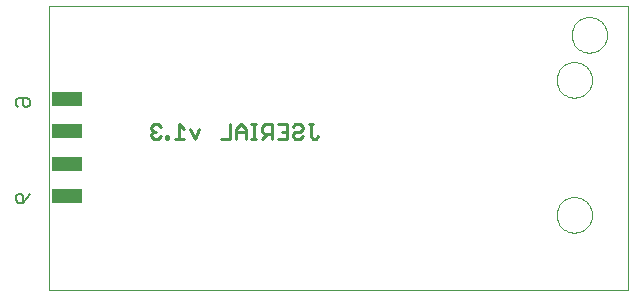
<source format=gbo>
G75*
%MOIN*%
%OFA0B0*%
%FSLAX24Y24*%
%IPPOS*%
%LPD*%
%AMOC8*
5,1,8,0,0,1.08239X$1,22.5*
%
%ADD10C,0.0000*%
%ADD11C,0.0090*%
%ADD12C,0.0050*%
%ADD13R,0.0984X0.0472*%
D10*
X004680Y002050D02*
X004680Y011499D01*
X023971Y011499D01*
X023971Y002050D01*
X004680Y002050D01*
X021589Y004550D02*
X021591Y004598D01*
X021597Y004646D01*
X021607Y004693D01*
X021620Y004739D01*
X021638Y004784D01*
X021658Y004828D01*
X021683Y004870D01*
X021711Y004909D01*
X021741Y004946D01*
X021775Y004980D01*
X021812Y005012D01*
X021850Y005041D01*
X021891Y005066D01*
X021934Y005088D01*
X021979Y005106D01*
X022025Y005120D01*
X022072Y005131D01*
X022120Y005138D01*
X022168Y005141D01*
X022216Y005140D01*
X022264Y005135D01*
X022312Y005126D01*
X022358Y005114D01*
X022403Y005097D01*
X022447Y005077D01*
X022489Y005054D01*
X022529Y005027D01*
X022567Y004997D01*
X022602Y004964D01*
X022634Y004928D01*
X022664Y004890D01*
X022690Y004849D01*
X022712Y004806D01*
X022732Y004762D01*
X022747Y004717D01*
X022759Y004670D01*
X022767Y004622D01*
X022771Y004574D01*
X022771Y004526D01*
X022767Y004478D01*
X022759Y004430D01*
X022747Y004383D01*
X022732Y004338D01*
X022712Y004294D01*
X022690Y004251D01*
X022664Y004210D01*
X022634Y004172D01*
X022602Y004136D01*
X022567Y004103D01*
X022529Y004073D01*
X022489Y004046D01*
X022447Y004023D01*
X022403Y004003D01*
X022358Y003986D01*
X022312Y003974D01*
X022264Y003965D01*
X022216Y003960D01*
X022168Y003959D01*
X022120Y003962D01*
X022072Y003969D01*
X022025Y003980D01*
X021979Y003994D01*
X021934Y004012D01*
X021891Y004034D01*
X021850Y004059D01*
X021812Y004088D01*
X021775Y004120D01*
X021741Y004154D01*
X021711Y004191D01*
X021683Y004230D01*
X021658Y004272D01*
X021638Y004316D01*
X021620Y004361D01*
X021607Y004407D01*
X021597Y004454D01*
X021591Y004502D01*
X021589Y004550D01*
X021589Y009050D02*
X021591Y009098D01*
X021597Y009146D01*
X021607Y009193D01*
X021620Y009239D01*
X021638Y009284D01*
X021658Y009328D01*
X021683Y009370D01*
X021711Y009409D01*
X021741Y009446D01*
X021775Y009480D01*
X021812Y009512D01*
X021850Y009541D01*
X021891Y009566D01*
X021934Y009588D01*
X021979Y009606D01*
X022025Y009620D01*
X022072Y009631D01*
X022120Y009638D01*
X022168Y009641D01*
X022216Y009640D01*
X022264Y009635D01*
X022312Y009626D01*
X022358Y009614D01*
X022403Y009597D01*
X022447Y009577D01*
X022489Y009554D01*
X022529Y009527D01*
X022567Y009497D01*
X022602Y009464D01*
X022634Y009428D01*
X022664Y009390D01*
X022690Y009349D01*
X022712Y009306D01*
X022732Y009262D01*
X022747Y009217D01*
X022759Y009170D01*
X022767Y009122D01*
X022771Y009074D01*
X022771Y009026D01*
X022767Y008978D01*
X022759Y008930D01*
X022747Y008883D01*
X022732Y008838D01*
X022712Y008794D01*
X022690Y008751D01*
X022664Y008710D01*
X022634Y008672D01*
X022602Y008636D01*
X022567Y008603D01*
X022529Y008573D01*
X022489Y008546D01*
X022447Y008523D01*
X022403Y008503D01*
X022358Y008486D01*
X022312Y008474D01*
X022264Y008465D01*
X022216Y008460D01*
X022168Y008459D01*
X022120Y008462D01*
X022072Y008469D01*
X022025Y008480D01*
X021979Y008494D01*
X021934Y008512D01*
X021891Y008534D01*
X021850Y008559D01*
X021812Y008588D01*
X021775Y008620D01*
X021741Y008654D01*
X021711Y008691D01*
X021683Y008730D01*
X021658Y008772D01*
X021638Y008816D01*
X021620Y008861D01*
X021607Y008907D01*
X021597Y008954D01*
X021591Y009002D01*
X021589Y009050D01*
X022089Y010550D02*
X022091Y010598D01*
X022097Y010646D01*
X022107Y010693D01*
X022120Y010739D01*
X022138Y010784D01*
X022158Y010828D01*
X022183Y010870D01*
X022211Y010909D01*
X022241Y010946D01*
X022275Y010980D01*
X022312Y011012D01*
X022350Y011041D01*
X022391Y011066D01*
X022434Y011088D01*
X022479Y011106D01*
X022525Y011120D01*
X022572Y011131D01*
X022620Y011138D01*
X022668Y011141D01*
X022716Y011140D01*
X022764Y011135D01*
X022812Y011126D01*
X022858Y011114D01*
X022903Y011097D01*
X022947Y011077D01*
X022989Y011054D01*
X023029Y011027D01*
X023067Y010997D01*
X023102Y010964D01*
X023134Y010928D01*
X023164Y010890D01*
X023190Y010849D01*
X023212Y010806D01*
X023232Y010762D01*
X023247Y010717D01*
X023259Y010670D01*
X023267Y010622D01*
X023271Y010574D01*
X023271Y010526D01*
X023267Y010478D01*
X023259Y010430D01*
X023247Y010383D01*
X023232Y010338D01*
X023212Y010294D01*
X023190Y010251D01*
X023164Y010210D01*
X023134Y010172D01*
X023102Y010136D01*
X023067Y010103D01*
X023029Y010073D01*
X022989Y010046D01*
X022947Y010023D01*
X022903Y010003D01*
X022858Y009986D01*
X022812Y009974D01*
X022764Y009965D01*
X022716Y009960D01*
X022668Y009959D01*
X022620Y009962D01*
X022572Y009969D01*
X022525Y009980D01*
X022479Y009994D01*
X022434Y010012D01*
X022391Y010034D01*
X022350Y010059D01*
X022312Y010088D01*
X022275Y010120D01*
X022241Y010154D01*
X022211Y010191D01*
X022183Y010230D01*
X022158Y010272D01*
X022138Y010316D01*
X022120Y010361D01*
X022107Y010407D01*
X022097Y010454D01*
X022091Y010502D01*
X022089Y010550D01*
D11*
X013635Y007173D02*
X013557Y007095D01*
X013478Y007095D01*
X013400Y007173D01*
X013400Y007565D01*
X013478Y007565D02*
X013321Y007565D01*
X013119Y007487D02*
X013119Y007409D01*
X013041Y007330D01*
X012884Y007330D01*
X012806Y007252D01*
X012806Y007173D01*
X012884Y007095D01*
X013041Y007095D01*
X013119Y007173D01*
X013119Y007487D02*
X013041Y007565D01*
X012884Y007565D01*
X012806Y007487D01*
X012604Y007565D02*
X012604Y007095D01*
X012290Y007095D01*
X012088Y007095D02*
X012088Y007565D01*
X011853Y007565D01*
X011774Y007487D01*
X011774Y007330D01*
X011853Y007252D01*
X012088Y007252D01*
X011931Y007252D02*
X011774Y007095D01*
X011572Y007095D02*
X011416Y007095D01*
X011494Y007095D02*
X011494Y007565D01*
X011572Y007565D02*
X011416Y007565D01*
X011229Y007409D02*
X011072Y007565D01*
X010915Y007409D01*
X010915Y007095D01*
X010713Y007095D02*
X010399Y007095D01*
X010713Y007095D02*
X010713Y007565D01*
X010915Y007330D02*
X011229Y007330D01*
X011229Y007409D02*
X011229Y007095D01*
X012290Y007565D02*
X012604Y007565D01*
X012604Y007330D02*
X012447Y007330D01*
X009682Y007409D02*
X009525Y007095D01*
X009368Y007409D01*
X009166Y007409D02*
X009009Y007565D01*
X009009Y007095D01*
X008853Y007095D02*
X009166Y007095D01*
X008650Y007095D02*
X008572Y007095D01*
X008572Y007173D01*
X008650Y007173D01*
X008650Y007095D01*
X008393Y007173D02*
X008314Y007095D01*
X008157Y007095D01*
X008079Y007173D01*
X008079Y007252D01*
X008157Y007330D01*
X008236Y007330D01*
X008157Y007330D02*
X008079Y007409D01*
X008079Y007487D01*
X008157Y007565D01*
X008314Y007565D01*
X008393Y007487D01*
D12*
X004020Y008228D02*
X003945Y008153D01*
X003870Y008153D01*
X003795Y008228D01*
X003795Y008453D01*
X003645Y008453D02*
X003945Y008453D01*
X004020Y008378D01*
X004020Y008228D01*
X003645Y008153D02*
X003570Y008228D01*
X003570Y008378D01*
X003645Y008453D01*
X003645Y005257D02*
X003720Y005257D01*
X003795Y005182D01*
X003795Y004956D01*
X003645Y004956D01*
X003570Y005031D01*
X003570Y005182D01*
X003645Y005257D01*
X003945Y005107D02*
X003795Y004956D01*
X003945Y005107D02*
X004020Y005257D01*
D13*
X005271Y005180D03*
X005271Y006260D03*
X005271Y007340D03*
X005271Y008420D03*
M02*

</source>
